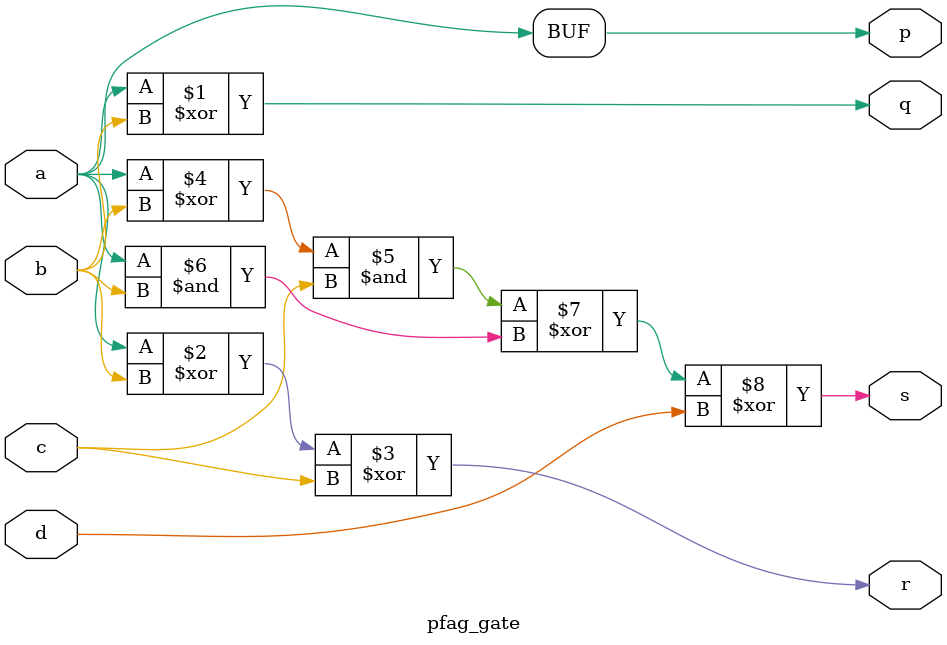
<source format=v>
/* Module that defines PFAG gate.*/
module pfag_gate(a,b,c,d,p,q,r,s);
input a,b,c,d;
output p,q,r,s;

	assign p = a;
	assign q = a ^ b;
	assign r = a ^ b ^ c;
	assign s = ((a ^ b) & c) ^ (a & b) ^ d;

endmodule


</source>
